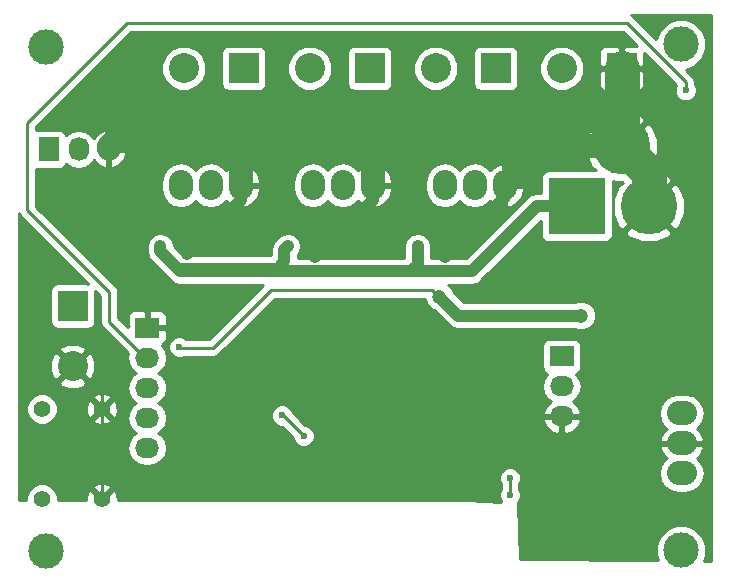
<source format=gbr>
G04 #@! TF.FileFunction,Copper,L2,Bot,Signal*
%FSLAX46Y46*%
G04 Gerber Fmt 4.6, Leading zero omitted, Abs format (unit mm)*
G04 Created by KiCad (PCBNEW (2015-09-03 BZR 6154)-product) date 2015 September 07, Monday 13:00:52*
%MOMM*%
G01*
G04 APERTURE LIST*
%ADD10C,0.100000*%
%ADD11C,4.800600*%
%ADD12R,4.800600X4.800600*%
%ADD13R,2.540000X2.540000*%
%ADD14C,2.540000*%
%ADD15R,2.032000X1.727200*%
%ADD16O,2.032000X1.727200*%
%ADD17R,1.727200X2.032000*%
%ADD18O,1.727200X2.032000*%
%ADD19O,2.032000X2.540000*%
%ADD20C,1.397000*%
%ADD21C,2.999740*%
%ADD22O,2.540000X2.032000*%
%ADD23C,0.600000*%
%ADD24C,1.400000*%
%ADD25C,1.200000*%
%ADD26C,0.250000*%
%ADD27C,1.000000*%
%ADD28C,0.254000*%
%ADD29C,2.000000*%
%ADD30C,3.000000*%
G04 APERTURE END LIST*
D10*
D11*
X208534000Y-88900000D03*
D12*
X202438000Y-88900000D03*
D11*
X206248000Y-83820000D03*
D13*
X159766000Y-97345500D03*
D14*
X159766000Y-102425500D03*
D13*
X206248000Y-77216000D03*
D14*
X201168000Y-77216000D03*
D15*
X166065200Y-99187000D03*
D16*
X166065200Y-101727000D03*
X166065200Y-104267000D03*
X166065200Y-106807000D03*
X166065200Y-109347000D03*
D15*
X201168000Y-101600000D03*
D16*
X201168000Y-104140000D03*
X201168000Y-106680000D03*
D17*
X157734000Y-84074000D03*
D18*
X160274000Y-84074000D03*
X162814000Y-84074000D03*
D13*
X195580000Y-77216000D03*
D14*
X190500000Y-77216000D03*
D13*
X184912000Y-77216000D03*
D14*
X179832000Y-77216000D03*
D13*
X174244000Y-77216000D03*
D14*
X169164000Y-77216000D03*
D19*
X193802000Y-87122000D03*
X196342000Y-87122000D03*
X191262000Y-87122000D03*
X182626000Y-87122000D03*
X185166000Y-87122000D03*
X180086000Y-87122000D03*
X171450000Y-87122000D03*
X173990000Y-87122000D03*
X168910000Y-87122000D03*
D20*
X162242500Y-113665000D03*
X157162500Y-113665000D03*
X162242500Y-106045000D03*
X157162500Y-106045000D03*
D21*
X211277200Y-118008400D03*
X157480000Y-75438000D03*
X157480000Y-118110000D03*
X211277200Y-75184000D03*
D22*
X211328000Y-108966000D03*
X211328000Y-106426000D03*
X211328000Y-111506000D03*
D23*
X183951880Y-107640120D03*
X182976520Y-106255919D03*
X178572160Y-101851559D03*
X177878641Y-101158040D03*
X169519600Y-97790000D03*
X191262000Y-93167200D03*
X169444924Y-92940000D03*
X180319516Y-93206000D03*
X173329600Y-96443800D03*
X174269400Y-96418400D03*
D24*
X204597000Y-117475000D03*
X200703180Y-117441980D03*
X209270600Y-94488000D03*
X209270600Y-101625400D03*
D23*
X188966420Y-92278200D03*
X177983136Y-92278200D03*
X167182800Y-92278200D03*
X168757600Y-100812600D03*
D25*
X190804800Y-96545400D03*
X202819000Y-98145600D03*
D23*
X211658200Y-79070200D03*
X177495200Y-106603800D03*
X179324000Y-108331000D03*
X196799200Y-113334800D03*
X196799200Y-111887000D03*
D26*
X182976520Y-106255919D02*
X182976520Y-106664760D01*
X182976520Y-106664760D02*
X183951880Y-107640120D01*
X178572160Y-101851559D02*
X182976520Y-106255919D01*
D27*
X191262000Y-93167200D02*
X196342000Y-88087200D01*
X196342000Y-88087200D02*
X196342000Y-87122000D01*
X180319516Y-93206000D02*
X185166000Y-88359516D01*
X185166000Y-88359516D02*
X185166000Y-87122000D01*
X169444924Y-92940000D02*
X173990000Y-88394924D01*
X173990000Y-88394924D02*
X173990000Y-87122000D01*
X169444924Y-92940000D02*
X169744923Y-92640001D01*
D28*
X159766000Y-102425500D02*
X162242500Y-104902000D01*
X162242500Y-104902000D02*
X162242500Y-106045000D01*
X162242500Y-113665000D02*
X162242500Y-106045000D01*
D29*
X176085500Y-81597500D02*
X165036500Y-81597500D01*
X165036500Y-81597500D02*
X162814000Y-83820000D01*
X162814000Y-83820000D02*
X162814000Y-84074000D01*
X188277500Y-81534000D02*
X179324000Y-81534000D01*
X179260500Y-81597500D02*
X176085500Y-81597500D01*
X179324000Y-81534000D02*
X179260500Y-81597500D01*
X176085500Y-81597500D02*
X173990000Y-83693000D01*
X173990000Y-83693000D02*
X173990000Y-87122000D01*
X185166000Y-87122000D02*
X185166000Y-83852000D01*
X185166000Y-83852000D02*
X187484000Y-81534000D01*
X187484000Y-81534000D02*
X188277500Y-81534000D01*
X201422000Y-81534000D02*
X188277500Y-81534000D01*
X201536299Y-81419701D02*
X201422000Y-81534000D01*
X206248000Y-83820000D02*
X203847701Y-81419701D01*
X203847701Y-81419701D02*
X201536299Y-81419701D01*
X206248000Y-83820000D02*
X199644000Y-83820000D01*
X199644000Y-83820000D02*
X196342000Y-87122000D01*
D30*
X206248000Y-83820000D02*
X208534000Y-86106000D01*
X208534000Y-86106000D02*
X208534000Y-88900000D01*
X206248000Y-83820000D02*
X206248000Y-77216000D01*
D27*
X185412537Y-94406011D02*
X188394787Y-94406011D01*
X185412537Y-94406011D02*
X193531689Y-94406011D01*
X180408701Y-94406011D02*
X185412537Y-94406011D01*
X193531689Y-94406011D02*
X193570489Y-94367211D01*
X177590079Y-94406011D02*
X180408701Y-94406011D01*
X180408701Y-94406011D02*
X168886347Y-94406011D01*
X168886347Y-94406011D02*
X168663536Y-94183200D01*
X199037700Y-88900000D02*
X202438000Y-88900000D01*
X188801609Y-94367211D02*
X193570489Y-94367211D01*
X193570489Y-94367211D02*
X199037700Y-88900000D01*
X188617598Y-94183200D02*
X188801609Y-94367211D01*
X188394787Y-94406011D02*
X188617598Y-94183200D01*
X177367268Y-94183200D02*
X177590079Y-94406011D01*
X168663536Y-94183200D02*
X177367268Y-94183200D01*
X167182800Y-92702464D02*
X168663536Y-94183200D01*
X167182800Y-92278200D02*
X167182800Y-92702464D01*
X188966420Y-92278200D02*
X188966420Y-93834378D01*
X188966420Y-93834378D02*
X188617598Y-94183200D01*
X177683137Y-93507537D02*
X177367268Y-93823406D01*
X177367268Y-93823406D02*
X177367268Y-94183200D01*
X177983136Y-92278200D02*
X177683137Y-92578199D01*
X177683137Y-92578199D02*
X177683137Y-93507537D01*
D28*
X171653200Y-100863400D02*
X168808400Y-100863400D01*
X168808400Y-100863400D02*
X168757600Y-100812600D01*
X176571199Y-95945401D02*
X171653200Y-100863400D01*
X190804800Y-96545400D02*
X190204801Y-95945401D01*
X190204801Y-95945401D02*
X176571199Y-95945401D01*
D27*
X192405000Y-98145600D02*
X190804800Y-96545400D01*
X202819000Y-98145600D02*
X192405000Y-98145600D01*
D28*
X211658200Y-78359000D02*
X211658200Y-79070200D01*
X206656329Y-73357129D02*
X211658200Y-78359000D01*
X164363400Y-73380600D02*
X164386871Y-73357129D01*
X164386871Y-73357129D02*
X206656329Y-73357129D01*
X155930600Y-81813400D02*
X164363400Y-73380600D01*
X155930600Y-89230200D02*
X155930600Y-81813400D01*
X162864800Y-96164400D02*
X155930600Y-89230200D01*
X162864800Y-98679000D02*
X162864800Y-96164400D01*
X166065200Y-101727000D02*
X165912800Y-101727000D01*
X165912800Y-101727000D02*
X162864800Y-98679000D01*
X177673000Y-106680000D02*
X177571400Y-106680000D01*
X177571400Y-106680000D02*
X177495200Y-106603800D01*
X179324000Y-108331000D02*
X177673000Y-106680000D01*
X196799200Y-113030000D02*
X196799200Y-113334800D01*
X196799200Y-111887000D02*
X196799200Y-113030000D01*
G36*
X213790000Y-118899264D02*
X213220978Y-118894222D01*
X213411699Y-118434915D01*
X213412440Y-117585611D01*
X213088110Y-116800673D01*
X212488086Y-116199600D01*
X211703715Y-115873901D01*
X210854411Y-115873160D01*
X210069473Y-116197490D01*
X209468400Y-116797514D01*
X209142701Y-117581885D01*
X209141960Y-118431189D01*
X209318996Y-118859649D01*
X197648843Y-118756247D01*
X197505260Y-114067513D01*
X197493747Y-114018432D01*
X197470187Y-113986121D01*
X197591392Y-113865127D01*
X197734038Y-113521599D01*
X197734362Y-113149633D01*
X197592317Y-112805857D01*
X197561200Y-112774686D01*
X197561200Y-112447466D01*
X197591392Y-112417327D01*
X197734038Y-112073799D01*
X197734362Y-111701833D01*
X197653446Y-111506000D01*
X209385679Y-111506000D01*
X209511354Y-112137810D01*
X209869246Y-112673433D01*
X210404869Y-113031325D01*
X211036679Y-113157000D01*
X211619321Y-113157000D01*
X212251131Y-113031325D01*
X212786754Y-112673433D01*
X213144646Y-112137810D01*
X213270321Y-111506000D01*
X213144646Y-110874190D01*
X212786754Y-110338567D01*
X212612219Y-110221946D01*
X212839236Y-110043630D01*
X213155926Y-109480477D01*
X213187975Y-109348944D01*
X213068836Y-109093000D01*
X211455000Y-109093000D01*
X211455000Y-109113000D01*
X211201000Y-109113000D01*
X211201000Y-109093000D01*
X209587164Y-109093000D01*
X209468025Y-109348944D01*
X209500074Y-109480477D01*
X209816764Y-110043630D01*
X210043781Y-110221946D01*
X209869246Y-110338567D01*
X209511354Y-110874190D01*
X209385679Y-111506000D01*
X197653446Y-111506000D01*
X197592317Y-111358057D01*
X197329527Y-111094808D01*
X196985999Y-110952162D01*
X196614033Y-110951838D01*
X196270257Y-111093883D01*
X196007008Y-111356673D01*
X195864362Y-111700201D01*
X195864038Y-112072167D01*
X196006083Y-112415943D01*
X196037200Y-112447114D01*
X196037200Y-112774334D01*
X196007008Y-112804473D01*
X195864362Y-113148001D01*
X195864038Y-113519967D01*
X196006083Y-113863743D01*
X196039954Y-113897673D01*
X193156184Y-113797157D01*
X193151760Y-113797080D01*
X163585143Y-113797080D01*
X163559648Y-113327801D01*
X163412300Y-112972071D01*
X163176688Y-112910417D01*
X162422105Y-113665000D01*
X162436248Y-113679143D01*
X162318310Y-113797080D01*
X162166690Y-113797080D01*
X162048753Y-113679143D01*
X162062895Y-113665000D01*
X161308312Y-112910417D01*
X161072700Y-112972071D01*
X160896573Y-113472480D01*
X160914208Y-113797080D01*
X158495885Y-113797080D01*
X158496231Y-113400914D01*
X158293646Y-112910620D01*
X158114152Y-112730812D01*
X161487917Y-112730812D01*
X162242500Y-113485395D01*
X162997083Y-112730812D01*
X162935429Y-112495200D01*
X162435020Y-112319073D01*
X161905301Y-112347852D01*
X161549571Y-112495200D01*
X161487917Y-112730812D01*
X158114152Y-112730812D01*
X157918853Y-112535173D01*
X157428913Y-112331732D01*
X156898414Y-112331269D01*
X156408120Y-112533854D01*
X156032673Y-112908647D01*
X155829232Y-113398587D01*
X155828884Y-113797080D01*
X155210000Y-113797080D01*
X155210000Y-106309086D01*
X155828769Y-106309086D01*
X156031354Y-106799380D01*
X156406147Y-107174827D01*
X156896087Y-107378268D01*
X157426586Y-107378731D01*
X157916880Y-107176146D01*
X158114181Y-106979188D01*
X161487917Y-106979188D01*
X161549571Y-107214800D01*
X162049980Y-107390927D01*
X162579699Y-107362148D01*
X162935429Y-107214800D01*
X162997083Y-106979188D01*
X162242500Y-106224605D01*
X161487917Y-106979188D01*
X158114181Y-106979188D01*
X158292327Y-106801353D01*
X158495768Y-106311413D01*
X158496168Y-105852480D01*
X160896573Y-105852480D01*
X160925352Y-106382199D01*
X161072700Y-106737929D01*
X161308312Y-106799583D01*
X162062895Y-106045000D01*
X162422105Y-106045000D01*
X163176688Y-106799583D01*
X163412300Y-106737929D01*
X163588427Y-106237520D01*
X163559648Y-105707801D01*
X163412300Y-105352071D01*
X163176688Y-105290417D01*
X162422105Y-106045000D01*
X162062895Y-106045000D01*
X161308312Y-105290417D01*
X161072700Y-105352071D01*
X160896573Y-105852480D01*
X158496168Y-105852480D01*
X158496231Y-105780914D01*
X158293646Y-105290620D01*
X158114152Y-105110812D01*
X161487917Y-105110812D01*
X162242500Y-105865395D01*
X162997083Y-105110812D01*
X162935429Y-104875200D01*
X162435020Y-104699073D01*
X161905301Y-104727852D01*
X161549571Y-104875200D01*
X161487917Y-105110812D01*
X158114152Y-105110812D01*
X157918853Y-104915173D01*
X157428913Y-104711732D01*
X156898414Y-104711269D01*
X156408120Y-104913854D01*
X156032673Y-105288647D01*
X155829232Y-105778587D01*
X155828769Y-106309086D01*
X155210000Y-106309086D01*
X155210000Y-103773277D01*
X158597828Y-103773277D01*
X158729520Y-104068157D01*
X159437036Y-104339761D01*
X160194632Y-104319936D01*
X160802480Y-104068157D01*
X160934172Y-103773277D01*
X159766000Y-102605105D01*
X158597828Y-103773277D01*
X155210000Y-103773277D01*
X155210000Y-102096536D01*
X157851739Y-102096536D01*
X157871564Y-102854132D01*
X158123343Y-103461980D01*
X158418223Y-103593672D01*
X159586395Y-102425500D01*
X159945605Y-102425500D01*
X161113777Y-103593672D01*
X161408657Y-103461980D01*
X161680261Y-102754464D01*
X161660436Y-101996868D01*
X161408657Y-101389020D01*
X161113777Y-101257328D01*
X159945605Y-102425500D01*
X159586395Y-102425500D01*
X158418223Y-101257328D01*
X158123343Y-101389020D01*
X157851739Y-102096536D01*
X155210000Y-102096536D01*
X155210000Y-101077723D01*
X158597828Y-101077723D01*
X159766000Y-102245895D01*
X160934172Y-101077723D01*
X160802480Y-100782843D01*
X160094964Y-100511239D01*
X159337368Y-100531064D01*
X158729520Y-100782843D01*
X158597828Y-101077723D01*
X155210000Y-101077723D01*
X155210000Y-89438331D01*
X155226604Y-89521805D01*
X155347385Y-89702566D01*
X155391785Y-89769015D01*
X161054595Y-95431826D01*
X161036000Y-95428060D01*
X158496000Y-95428060D01*
X158260683Y-95472338D01*
X158044559Y-95611410D01*
X157899569Y-95823610D01*
X157848560Y-96075500D01*
X157848560Y-98615500D01*
X157892838Y-98850817D01*
X158031910Y-99066941D01*
X158244110Y-99211931D01*
X158496000Y-99262940D01*
X161036000Y-99262940D01*
X161271317Y-99218662D01*
X161487441Y-99079590D01*
X161632431Y-98867390D01*
X161683440Y-98615500D01*
X161683440Y-96075500D01*
X161680003Y-96057234D01*
X162102800Y-96480031D01*
X162102800Y-98679000D01*
X162160804Y-98970605D01*
X162220536Y-99060000D01*
X162325985Y-99217815D01*
X164457065Y-101348895D01*
X164381855Y-101727000D01*
X164495929Y-102300489D01*
X164820785Y-102786670D01*
X165135566Y-102997000D01*
X164820785Y-103207330D01*
X164495929Y-103693511D01*
X164381855Y-104267000D01*
X164495929Y-104840489D01*
X164820785Y-105326670D01*
X165135566Y-105537000D01*
X164820785Y-105747330D01*
X164495929Y-106233511D01*
X164381855Y-106807000D01*
X164495929Y-107380489D01*
X164820785Y-107866670D01*
X165135566Y-108077000D01*
X164820785Y-108287330D01*
X164495929Y-108773511D01*
X164381855Y-109347000D01*
X164495929Y-109920489D01*
X164820785Y-110406670D01*
X165306966Y-110731526D01*
X165880455Y-110845600D01*
X166249945Y-110845600D01*
X166823434Y-110731526D01*
X167309615Y-110406670D01*
X167634471Y-109920489D01*
X167748545Y-109347000D01*
X167634471Y-108773511D01*
X167309615Y-108287330D01*
X166994834Y-108077000D01*
X167309615Y-107866670D01*
X167634471Y-107380489D01*
X167748545Y-106807000D01*
X167744959Y-106788967D01*
X176560038Y-106788967D01*
X176702083Y-107132743D01*
X176964873Y-107395992D01*
X177308401Y-107538638D01*
X177454135Y-107538765D01*
X178388875Y-108473506D01*
X178388838Y-108516167D01*
X178530883Y-108859943D01*
X178793673Y-109123192D01*
X179137201Y-109265838D01*
X179509167Y-109266162D01*
X179852943Y-109124117D01*
X180116192Y-108861327D01*
X180258838Y-108517799D01*
X180259162Y-108145833D01*
X180117117Y-107802057D01*
X179854327Y-107538808D01*
X179510799Y-107396162D01*
X179466754Y-107396124D01*
X179109656Y-107039026D01*
X199560642Y-107039026D01*
X199563291Y-107054791D01*
X199817268Y-107582036D01*
X200253680Y-107971954D01*
X200806087Y-108165184D01*
X201041000Y-108020924D01*
X201041000Y-106807000D01*
X201295000Y-106807000D01*
X201295000Y-108020924D01*
X201529913Y-108165184D01*
X202082320Y-107971954D01*
X202518732Y-107582036D01*
X202772709Y-107054791D01*
X202775358Y-107039026D01*
X202654217Y-106807000D01*
X201295000Y-106807000D01*
X201041000Y-106807000D01*
X199681783Y-106807000D01*
X199560642Y-107039026D01*
X179109656Y-107039026D01*
X178388888Y-106318258D01*
X178288317Y-106074857D01*
X178025527Y-105811608D01*
X177681999Y-105668962D01*
X177310033Y-105668638D01*
X176966257Y-105810683D01*
X176703008Y-106073473D01*
X176560362Y-106417001D01*
X176560038Y-106788967D01*
X167744959Y-106788967D01*
X167634471Y-106233511D01*
X167309615Y-105747330D01*
X166994834Y-105537000D01*
X167309615Y-105326670D01*
X167634471Y-104840489D01*
X167748545Y-104267000D01*
X167723284Y-104140000D01*
X199484655Y-104140000D01*
X199598729Y-104713489D01*
X199923585Y-105199670D01*
X200233069Y-105406461D01*
X199817268Y-105777964D01*
X199563291Y-106305209D01*
X199560642Y-106320974D01*
X199681783Y-106553000D01*
X201041000Y-106553000D01*
X201041000Y-106533000D01*
X201295000Y-106533000D01*
X201295000Y-106553000D01*
X202654217Y-106553000D01*
X202720523Y-106426000D01*
X209385679Y-106426000D01*
X209511354Y-107057810D01*
X209869246Y-107593433D01*
X210043781Y-107710054D01*
X209816764Y-107888370D01*
X209500074Y-108451523D01*
X209468025Y-108583056D01*
X209587164Y-108839000D01*
X211201000Y-108839000D01*
X211201000Y-108819000D01*
X211455000Y-108819000D01*
X211455000Y-108839000D01*
X213068836Y-108839000D01*
X213187975Y-108583056D01*
X213155926Y-108451523D01*
X212839236Y-107888370D01*
X212612219Y-107710054D01*
X212786754Y-107593433D01*
X213144646Y-107057810D01*
X213270321Y-106426000D01*
X213144646Y-105794190D01*
X212786754Y-105258567D01*
X212251131Y-104900675D01*
X211619321Y-104775000D01*
X211036679Y-104775000D01*
X210404869Y-104900675D01*
X209869246Y-105258567D01*
X209511354Y-105794190D01*
X209385679Y-106426000D01*
X202720523Y-106426000D01*
X202775358Y-106320974D01*
X202772709Y-106305209D01*
X202518732Y-105777964D01*
X202102931Y-105406461D01*
X202412415Y-105199670D01*
X202737271Y-104713489D01*
X202851345Y-104140000D01*
X202737271Y-103566511D01*
X202412415Y-103080330D01*
X202398087Y-103070757D01*
X202419317Y-103066762D01*
X202635441Y-102927690D01*
X202780431Y-102715490D01*
X202831440Y-102463600D01*
X202831440Y-100736400D01*
X202787162Y-100501083D01*
X202648090Y-100284959D01*
X202435890Y-100139969D01*
X202184000Y-100088960D01*
X200152000Y-100088960D01*
X199916683Y-100133238D01*
X199700559Y-100272310D01*
X199555569Y-100484510D01*
X199504560Y-100736400D01*
X199504560Y-102463600D01*
X199548838Y-102698917D01*
X199687910Y-102915041D01*
X199900110Y-103060031D01*
X199941439Y-103068400D01*
X199923585Y-103080330D01*
X199598729Y-103566511D01*
X199484655Y-104140000D01*
X167723284Y-104140000D01*
X167634471Y-103693511D01*
X167309615Y-103207330D01*
X166994834Y-102997000D01*
X167309615Y-102786670D01*
X167634471Y-102300489D01*
X167748545Y-101727000D01*
X167634471Y-101153511D01*
X167309615Y-100667330D01*
X167287420Y-100652500D01*
X167440898Y-100588927D01*
X167619527Y-100410299D01*
X167716200Y-100176910D01*
X167716200Y-99472750D01*
X167557450Y-99314000D01*
X166192200Y-99314000D01*
X166192200Y-99334000D01*
X165938200Y-99334000D01*
X165938200Y-99314000D01*
X165918200Y-99314000D01*
X165918200Y-99060000D01*
X165938200Y-99060000D01*
X165938200Y-97847150D01*
X166192200Y-97847150D01*
X166192200Y-99060000D01*
X167557450Y-99060000D01*
X167716200Y-98901250D01*
X167716200Y-98197090D01*
X167619527Y-97963701D01*
X167440898Y-97785073D01*
X167207509Y-97688400D01*
X166350950Y-97688400D01*
X166192200Y-97847150D01*
X165938200Y-97847150D01*
X165779450Y-97688400D01*
X164922891Y-97688400D01*
X164689502Y-97785073D01*
X164510873Y-97963701D01*
X164414200Y-98197090D01*
X164414200Y-98901250D01*
X164572948Y-99059998D01*
X164414200Y-99059998D01*
X164414200Y-99150770D01*
X163626800Y-98363370D01*
X163626800Y-96164400D01*
X163568796Y-95872795D01*
X163481959Y-95742834D01*
X163403616Y-95625585D01*
X160056231Y-92278200D01*
X166047800Y-92278200D01*
X166047800Y-92702464D01*
X166134197Y-93136810D01*
X166255671Y-93318608D01*
X166380234Y-93505030D01*
X168083781Y-95208577D01*
X168452001Y-95454614D01*
X168886347Y-95541011D01*
X175897959Y-95541011D01*
X171337570Y-100101400D01*
X169368778Y-100101400D01*
X169287927Y-100020408D01*
X168944399Y-99877762D01*
X168572433Y-99877438D01*
X168228657Y-100019483D01*
X167965408Y-100282273D01*
X167822762Y-100625801D01*
X167822438Y-100997767D01*
X167964483Y-101341543D01*
X168227273Y-101604792D01*
X168570801Y-101747438D01*
X168942767Y-101747762D01*
X169238906Y-101625400D01*
X171653200Y-101625400D01*
X171944805Y-101567396D01*
X172192015Y-101402215D01*
X176886829Y-96707401D01*
X189569658Y-96707401D01*
X189569586Y-96789979D01*
X189757208Y-97244057D01*
X190104315Y-97591771D01*
X190346676Y-97692408D01*
X191602434Y-98948167D01*
X191970655Y-99194204D01*
X192405000Y-99280600D01*
X202331957Y-99280600D01*
X202572266Y-99380385D01*
X203063579Y-99380814D01*
X203517657Y-99193192D01*
X203865371Y-98846085D01*
X204053785Y-98392334D01*
X204054214Y-97901021D01*
X203866592Y-97446943D01*
X203519485Y-97099229D01*
X203065734Y-96910815D01*
X202574421Y-96910386D01*
X202331886Y-97010600D01*
X192875133Y-97010600D01*
X191951758Y-96087226D01*
X191852392Y-95846743D01*
X191547194Y-95541011D01*
X193531689Y-95541011D01*
X193966035Y-95454614D01*
X194334255Y-95208577D01*
X194373055Y-95169778D01*
X194373057Y-95169775D01*
X199390260Y-90152572D01*
X199390260Y-91300300D01*
X199434538Y-91535617D01*
X199573610Y-91751741D01*
X199785810Y-91896731D01*
X200037700Y-91947740D01*
X204838300Y-91947740D01*
X205073617Y-91903462D01*
X205289741Y-91764390D01*
X205434731Y-91552190D01*
X205485740Y-91300300D01*
X205485740Y-91063936D01*
X206549670Y-91063936D01*
X206819221Y-91476257D01*
X207935642Y-91936369D01*
X209143157Y-91934221D01*
X210248779Y-91476257D01*
X210518330Y-91063936D01*
X208534000Y-89079605D01*
X206549670Y-91063936D01*
X205485740Y-91063936D01*
X205485740Y-86788820D01*
X205649642Y-86856369D01*
X206309587Y-86855195D01*
X206370063Y-86915671D01*
X205957743Y-87185221D01*
X205497631Y-88301642D01*
X205499779Y-89509157D01*
X205957743Y-90614779D01*
X206370064Y-90884330D01*
X208354395Y-88900000D01*
X208713605Y-88900000D01*
X210697936Y-90884330D01*
X211110257Y-90614779D01*
X211570369Y-89498358D01*
X211568221Y-88290843D01*
X211110257Y-87185221D01*
X210697936Y-86915670D01*
X208713605Y-88900000D01*
X208354395Y-88900000D01*
X208340252Y-88885858D01*
X208519858Y-88706252D01*
X208534000Y-88720395D01*
X210518330Y-86736064D01*
X210248779Y-86323743D01*
X209132358Y-85863631D01*
X208472413Y-85864805D01*
X208411937Y-85804329D01*
X208824257Y-85534779D01*
X209284369Y-84418358D01*
X209282221Y-83210843D01*
X208824257Y-82105221D01*
X208411936Y-81835670D01*
X206427605Y-83820000D01*
X206441748Y-83834142D01*
X206262142Y-84013748D01*
X206248000Y-83999605D01*
X206233858Y-84013748D01*
X206054252Y-83834142D01*
X206068395Y-83820000D01*
X204084064Y-81835670D01*
X203671743Y-82105221D01*
X203211631Y-83221642D01*
X203213779Y-84429157D01*
X203671743Y-85534779D01*
X204084063Y-85804329D01*
X204036132Y-85852260D01*
X200037700Y-85852260D01*
X199802383Y-85896538D01*
X199586259Y-86035610D01*
X199441269Y-86247810D01*
X199390260Y-86499700D01*
X199390260Y-87765000D01*
X199037700Y-87765000D01*
X198603354Y-87851397D01*
X198313411Y-88045131D01*
X198235134Y-88097434D01*
X193100357Y-93232211D01*
X190101420Y-93232211D01*
X190101420Y-92278200D01*
X190015023Y-91843854D01*
X189768986Y-91475634D01*
X189400766Y-91229597D01*
X188966420Y-91143200D01*
X188532074Y-91229597D01*
X188163854Y-91475634D01*
X187917817Y-91843854D01*
X187831420Y-92278200D01*
X187831420Y-93271011D01*
X178818137Y-93271011D01*
X178818137Y-93032224D01*
X179031740Y-92712545D01*
X179118136Y-92278200D01*
X179031740Y-91843854D01*
X178785702Y-91475634D01*
X178417482Y-91229596D01*
X177983136Y-91143200D01*
X177548791Y-91229596D01*
X177180570Y-91475634D01*
X176880571Y-91775633D01*
X176634534Y-92143853D01*
X176548137Y-92578199D01*
X176548137Y-93045631D01*
X176546421Y-93048200D01*
X169133668Y-93048200D01*
X168306411Y-92220943D01*
X168231403Y-91843854D01*
X167985366Y-91475634D01*
X167617146Y-91229597D01*
X167182800Y-91143200D01*
X166748454Y-91229597D01*
X166380234Y-91475634D01*
X166134197Y-91843854D01*
X166047800Y-92278200D01*
X160056231Y-92278200D01*
X156692600Y-88914570D01*
X156692600Y-86830679D01*
X167259000Y-86830679D01*
X167259000Y-87413321D01*
X167384675Y-88045131D01*
X167742567Y-88580754D01*
X168278190Y-88938646D01*
X168910000Y-89064321D01*
X169541810Y-88938646D01*
X170077433Y-88580754D01*
X170180000Y-88427252D01*
X170282567Y-88580754D01*
X170818190Y-88938646D01*
X171450000Y-89064321D01*
X172081810Y-88938646D01*
X172617433Y-88580754D01*
X172734054Y-88406219D01*
X172912370Y-88633236D01*
X173475523Y-88949926D01*
X173607056Y-88981975D01*
X173863000Y-88862836D01*
X173863000Y-87249000D01*
X174117000Y-87249000D01*
X174117000Y-88862836D01*
X174372944Y-88981975D01*
X174504477Y-88949926D01*
X175067630Y-88633236D01*
X175466724Y-88125143D01*
X175641000Y-87503000D01*
X175641000Y-87249000D01*
X174117000Y-87249000D01*
X173863000Y-87249000D01*
X173843000Y-87249000D01*
X173843000Y-86995000D01*
X173863000Y-86995000D01*
X173863000Y-85381164D01*
X174117000Y-85381164D01*
X174117000Y-86995000D01*
X175641000Y-86995000D01*
X175641000Y-86830679D01*
X178435000Y-86830679D01*
X178435000Y-87413321D01*
X178560675Y-88045131D01*
X178918567Y-88580754D01*
X179454190Y-88938646D01*
X180086000Y-89064321D01*
X180717810Y-88938646D01*
X181253433Y-88580754D01*
X181356000Y-88427252D01*
X181458567Y-88580754D01*
X181994190Y-88938646D01*
X182626000Y-89064321D01*
X183257810Y-88938646D01*
X183793433Y-88580754D01*
X183910054Y-88406219D01*
X184088370Y-88633236D01*
X184651523Y-88949926D01*
X184783056Y-88981975D01*
X185039000Y-88862836D01*
X185039000Y-87249000D01*
X185293000Y-87249000D01*
X185293000Y-88862836D01*
X185548944Y-88981975D01*
X185680477Y-88949926D01*
X186243630Y-88633236D01*
X186642724Y-88125143D01*
X186817000Y-87503000D01*
X186817000Y-87249000D01*
X185293000Y-87249000D01*
X185039000Y-87249000D01*
X185019000Y-87249000D01*
X185019000Y-86995000D01*
X185039000Y-86995000D01*
X185039000Y-85381164D01*
X185293000Y-85381164D01*
X185293000Y-86995000D01*
X186817000Y-86995000D01*
X186817000Y-86830679D01*
X189611000Y-86830679D01*
X189611000Y-87413321D01*
X189736675Y-88045131D01*
X190094567Y-88580754D01*
X190630190Y-88938646D01*
X191262000Y-89064321D01*
X191893810Y-88938646D01*
X192429433Y-88580754D01*
X192532000Y-88427252D01*
X192634567Y-88580754D01*
X193170190Y-88938646D01*
X193802000Y-89064321D01*
X194433810Y-88938646D01*
X194969433Y-88580754D01*
X195086054Y-88406219D01*
X195264370Y-88633236D01*
X195827523Y-88949926D01*
X195959056Y-88981975D01*
X196215000Y-88862836D01*
X196215000Y-87249000D01*
X196469000Y-87249000D01*
X196469000Y-88862836D01*
X196724944Y-88981975D01*
X196856477Y-88949926D01*
X197419630Y-88633236D01*
X197818724Y-88125143D01*
X197993000Y-87503000D01*
X197993000Y-87249000D01*
X196469000Y-87249000D01*
X196215000Y-87249000D01*
X196195000Y-87249000D01*
X196195000Y-86995000D01*
X196215000Y-86995000D01*
X196215000Y-85381164D01*
X196469000Y-85381164D01*
X196469000Y-86995000D01*
X197993000Y-86995000D01*
X197993000Y-86741000D01*
X197818724Y-86118857D01*
X197419630Y-85610764D01*
X196856477Y-85294074D01*
X196724944Y-85262025D01*
X196469000Y-85381164D01*
X196215000Y-85381164D01*
X195959056Y-85262025D01*
X195827523Y-85294074D01*
X195264370Y-85610764D01*
X195086054Y-85837781D01*
X194969433Y-85663246D01*
X194433810Y-85305354D01*
X193802000Y-85179679D01*
X193170190Y-85305354D01*
X192634567Y-85663246D01*
X192532000Y-85816748D01*
X192429433Y-85663246D01*
X191893810Y-85305354D01*
X191262000Y-85179679D01*
X190630190Y-85305354D01*
X190094567Y-85663246D01*
X189736675Y-86198869D01*
X189611000Y-86830679D01*
X186817000Y-86830679D01*
X186817000Y-86741000D01*
X186642724Y-86118857D01*
X186243630Y-85610764D01*
X185680477Y-85294074D01*
X185548944Y-85262025D01*
X185293000Y-85381164D01*
X185039000Y-85381164D01*
X184783056Y-85262025D01*
X184651523Y-85294074D01*
X184088370Y-85610764D01*
X183910054Y-85837781D01*
X183793433Y-85663246D01*
X183257810Y-85305354D01*
X182626000Y-85179679D01*
X181994190Y-85305354D01*
X181458567Y-85663246D01*
X181356000Y-85816748D01*
X181253433Y-85663246D01*
X180717810Y-85305354D01*
X180086000Y-85179679D01*
X179454190Y-85305354D01*
X178918567Y-85663246D01*
X178560675Y-86198869D01*
X178435000Y-86830679D01*
X175641000Y-86830679D01*
X175641000Y-86741000D01*
X175466724Y-86118857D01*
X175067630Y-85610764D01*
X174504477Y-85294074D01*
X174372944Y-85262025D01*
X174117000Y-85381164D01*
X173863000Y-85381164D01*
X173607056Y-85262025D01*
X173475523Y-85294074D01*
X172912370Y-85610764D01*
X172734054Y-85837781D01*
X172617433Y-85663246D01*
X172081810Y-85305354D01*
X171450000Y-85179679D01*
X170818190Y-85305354D01*
X170282567Y-85663246D01*
X170180000Y-85816748D01*
X170077433Y-85663246D01*
X169541810Y-85305354D01*
X168910000Y-85179679D01*
X168278190Y-85305354D01*
X167742567Y-85663246D01*
X167384675Y-86198869D01*
X167259000Y-86830679D01*
X156692600Y-86830679D01*
X156692600Y-85701435D01*
X156870400Y-85737440D01*
X158597600Y-85737440D01*
X158832917Y-85693162D01*
X159049041Y-85554090D01*
X159194031Y-85341890D01*
X159202400Y-85300561D01*
X159214330Y-85318415D01*
X159700511Y-85643271D01*
X160274000Y-85757345D01*
X160847489Y-85643271D01*
X161333670Y-85318415D01*
X161540461Y-85008931D01*
X161911964Y-85424732D01*
X162439209Y-85678709D01*
X162454974Y-85681358D01*
X162687000Y-85560217D01*
X162687000Y-84201000D01*
X162941000Y-84201000D01*
X162941000Y-85560217D01*
X163173026Y-85681358D01*
X163188791Y-85678709D01*
X163716036Y-85424732D01*
X164105954Y-84988320D01*
X164299184Y-84435913D01*
X164154924Y-84201000D01*
X162941000Y-84201000D01*
X162687000Y-84201000D01*
X162667000Y-84201000D01*
X162667000Y-83947000D01*
X162687000Y-83947000D01*
X162687000Y-82587783D01*
X162941000Y-82587783D01*
X162941000Y-83947000D01*
X164154924Y-83947000D01*
X164299184Y-83712087D01*
X164105954Y-83159680D01*
X163716036Y-82723268D01*
X163188791Y-82469291D01*
X163173026Y-82466642D01*
X162941000Y-82587783D01*
X162687000Y-82587783D01*
X162454974Y-82466642D01*
X162439209Y-82469291D01*
X161911964Y-82723268D01*
X161540461Y-83139069D01*
X161333670Y-82829585D01*
X160847489Y-82504729D01*
X160274000Y-82390655D01*
X159700511Y-82504729D01*
X159214330Y-82829585D01*
X159204757Y-82843913D01*
X159200762Y-82822683D01*
X159061690Y-82606559D01*
X158849490Y-82461569D01*
X158597600Y-82410560D01*
X156870400Y-82410560D01*
X156692600Y-82444015D01*
X156692600Y-82129030D01*
X157165566Y-81656064D01*
X204263670Y-81656064D01*
X206248000Y-83640395D01*
X208232330Y-81656064D01*
X207962779Y-81243743D01*
X206846358Y-80783631D01*
X205638843Y-80785779D01*
X204533221Y-81243743D01*
X204263670Y-81656064D01*
X157165566Y-81656064D01*
X161228365Y-77593265D01*
X167258670Y-77593265D01*
X167548078Y-78293686D01*
X168083495Y-78830039D01*
X168783410Y-79120668D01*
X169541265Y-79121330D01*
X170241686Y-78831922D01*
X170778039Y-78296505D01*
X171068668Y-77596590D01*
X171069330Y-76838735D01*
X170779922Y-76138314D01*
X170587944Y-75946000D01*
X172326560Y-75946000D01*
X172326560Y-78486000D01*
X172370838Y-78721317D01*
X172509910Y-78937441D01*
X172722110Y-79082431D01*
X172974000Y-79133440D01*
X175514000Y-79133440D01*
X175749317Y-79089162D01*
X175965441Y-78950090D01*
X176110431Y-78737890D01*
X176161440Y-78486000D01*
X176161440Y-77593265D01*
X177926670Y-77593265D01*
X178216078Y-78293686D01*
X178751495Y-78830039D01*
X179451410Y-79120668D01*
X180209265Y-79121330D01*
X180909686Y-78831922D01*
X181446039Y-78296505D01*
X181736668Y-77596590D01*
X181737330Y-76838735D01*
X181447922Y-76138314D01*
X181255944Y-75946000D01*
X182994560Y-75946000D01*
X182994560Y-78486000D01*
X183038838Y-78721317D01*
X183177910Y-78937441D01*
X183390110Y-79082431D01*
X183642000Y-79133440D01*
X186182000Y-79133440D01*
X186417317Y-79089162D01*
X186633441Y-78950090D01*
X186778431Y-78737890D01*
X186829440Y-78486000D01*
X186829440Y-77593265D01*
X188594670Y-77593265D01*
X188884078Y-78293686D01*
X189419495Y-78830039D01*
X190119410Y-79120668D01*
X190877265Y-79121330D01*
X191577686Y-78831922D01*
X192114039Y-78296505D01*
X192404668Y-77596590D01*
X192405330Y-76838735D01*
X192115922Y-76138314D01*
X191923944Y-75946000D01*
X193662560Y-75946000D01*
X193662560Y-78486000D01*
X193706838Y-78721317D01*
X193845910Y-78937441D01*
X194058110Y-79082431D01*
X194310000Y-79133440D01*
X196850000Y-79133440D01*
X197085317Y-79089162D01*
X197301441Y-78950090D01*
X197446431Y-78737890D01*
X197497440Y-78486000D01*
X197497440Y-77593265D01*
X199262670Y-77593265D01*
X199552078Y-78293686D01*
X200087495Y-78830039D01*
X200787410Y-79120668D01*
X201545265Y-79121330D01*
X202245686Y-78831922D01*
X202782039Y-78296505D01*
X203072668Y-77596590D01*
X203072750Y-77501750D01*
X204343000Y-77501750D01*
X204343000Y-78612310D01*
X204439673Y-78845699D01*
X204618302Y-79024327D01*
X204851691Y-79121000D01*
X205962250Y-79121000D01*
X206121000Y-78962250D01*
X206121000Y-77343000D01*
X206375000Y-77343000D01*
X206375000Y-78962250D01*
X206533750Y-79121000D01*
X207644309Y-79121000D01*
X207877698Y-79024327D01*
X208056327Y-78845699D01*
X208153000Y-78612310D01*
X208153000Y-77501750D01*
X207994250Y-77343000D01*
X206375000Y-77343000D01*
X206121000Y-77343000D01*
X204501750Y-77343000D01*
X204343000Y-77501750D01*
X203072750Y-77501750D01*
X203073330Y-76838735D01*
X202783922Y-76138314D01*
X202465855Y-75819690D01*
X204343000Y-75819690D01*
X204343000Y-76930250D01*
X204501750Y-77089000D01*
X206121000Y-77089000D01*
X206121000Y-75469750D01*
X205962250Y-75311000D01*
X204851691Y-75311000D01*
X204618302Y-75407673D01*
X204439673Y-75586301D01*
X204343000Y-75819690D01*
X202465855Y-75819690D01*
X202248505Y-75601961D01*
X201548590Y-75311332D01*
X200790735Y-75310670D01*
X200090314Y-75600078D01*
X199553961Y-76135495D01*
X199263332Y-76835410D01*
X199262670Y-77593265D01*
X197497440Y-77593265D01*
X197497440Y-75946000D01*
X197453162Y-75710683D01*
X197314090Y-75494559D01*
X197101890Y-75349569D01*
X196850000Y-75298560D01*
X194310000Y-75298560D01*
X194074683Y-75342838D01*
X193858559Y-75481910D01*
X193713569Y-75694110D01*
X193662560Y-75946000D01*
X191923944Y-75946000D01*
X191580505Y-75601961D01*
X190880590Y-75311332D01*
X190122735Y-75310670D01*
X189422314Y-75600078D01*
X188885961Y-76135495D01*
X188595332Y-76835410D01*
X188594670Y-77593265D01*
X186829440Y-77593265D01*
X186829440Y-75946000D01*
X186785162Y-75710683D01*
X186646090Y-75494559D01*
X186433890Y-75349569D01*
X186182000Y-75298560D01*
X183642000Y-75298560D01*
X183406683Y-75342838D01*
X183190559Y-75481910D01*
X183045569Y-75694110D01*
X182994560Y-75946000D01*
X181255944Y-75946000D01*
X180912505Y-75601961D01*
X180212590Y-75311332D01*
X179454735Y-75310670D01*
X178754314Y-75600078D01*
X178217961Y-76135495D01*
X177927332Y-76835410D01*
X177926670Y-77593265D01*
X176161440Y-77593265D01*
X176161440Y-75946000D01*
X176117162Y-75710683D01*
X175978090Y-75494559D01*
X175765890Y-75349569D01*
X175514000Y-75298560D01*
X172974000Y-75298560D01*
X172738683Y-75342838D01*
X172522559Y-75481910D01*
X172377569Y-75694110D01*
X172326560Y-75946000D01*
X170587944Y-75946000D01*
X170244505Y-75601961D01*
X169544590Y-75311332D01*
X168786735Y-75310670D01*
X168086314Y-75600078D01*
X167549961Y-76135495D01*
X167259332Y-76835410D01*
X167258670Y-77593265D01*
X161228365Y-77593265D01*
X164702501Y-74119129D01*
X206340699Y-74119129D01*
X207532570Y-75311000D01*
X206533750Y-75311000D01*
X206375000Y-75469750D01*
X206375000Y-77089000D01*
X207994250Y-77089000D01*
X208153000Y-76930250D01*
X208153000Y-75931430D01*
X210835328Y-78613759D01*
X210723362Y-78883401D01*
X210723038Y-79255367D01*
X210865083Y-79599143D01*
X211127873Y-79862392D01*
X211471401Y-80005038D01*
X211843367Y-80005362D01*
X212187143Y-79863317D01*
X212450392Y-79600527D01*
X212593038Y-79256999D01*
X212593362Y-78885033D01*
X212451317Y-78541257D01*
X212420200Y-78510086D01*
X212420200Y-78359000D01*
X212362196Y-78067395D01*
X212296034Y-77968377D01*
X212197016Y-77820185D01*
X211696067Y-77319237D01*
X211699989Y-77319240D01*
X212484927Y-76994910D01*
X213086000Y-76394886D01*
X213411699Y-75610515D01*
X213412440Y-74761211D01*
X213088110Y-73976273D01*
X212488086Y-73375200D01*
X211703715Y-73049501D01*
X210854411Y-73048760D01*
X210069473Y-73373090D01*
X209468400Y-73973114D01*
X209142701Y-74757485D01*
X209142694Y-74765863D01*
X207195144Y-72818314D01*
X207033041Y-72710000D01*
X213790000Y-72710000D01*
X213790000Y-118899264D01*
X213790000Y-118899264D01*
G37*
X213790000Y-118899264D02*
X213220978Y-118894222D01*
X213411699Y-118434915D01*
X213412440Y-117585611D01*
X213088110Y-116800673D01*
X212488086Y-116199600D01*
X211703715Y-115873901D01*
X210854411Y-115873160D01*
X210069473Y-116197490D01*
X209468400Y-116797514D01*
X209142701Y-117581885D01*
X209141960Y-118431189D01*
X209318996Y-118859649D01*
X197648843Y-118756247D01*
X197505260Y-114067513D01*
X197493747Y-114018432D01*
X197470187Y-113986121D01*
X197591392Y-113865127D01*
X197734038Y-113521599D01*
X197734362Y-113149633D01*
X197592317Y-112805857D01*
X197561200Y-112774686D01*
X197561200Y-112447466D01*
X197591392Y-112417327D01*
X197734038Y-112073799D01*
X197734362Y-111701833D01*
X197653446Y-111506000D01*
X209385679Y-111506000D01*
X209511354Y-112137810D01*
X209869246Y-112673433D01*
X210404869Y-113031325D01*
X211036679Y-113157000D01*
X211619321Y-113157000D01*
X212251131Y-113031325D01*
X212786754Y-112673433D01*
X213144646Y-112137810D01*
X213270321Y-111506000D01*
X213144646Y-110874190D01*
X212786754Y-110338567D01*
X212612219Y-110221946D01*
X212839236Y-110043630D01*
X213155926Y-109480477D01*
X213187975Y-109348944D01*
X213068836Y-109093000D01*
X211455000Y-109093000D01*
X211455000Y-109113000D01*
X211201000Y-109113000D01*
X211201000Y-109093000D01*
X209587164Y-109093000D01*
X209468025Y-109348944D01*
X209500074Y-109480477D01*
X209816764Y-110043630D01*
X210043781Y-110221946D01*
X209869246Y-110338567D01*
X209511354Y-110874190D01*
X209385679Y-111506000D01*
X197653446Y-111506000D01*
X197592317Y-111358057D01*
X197329527Y-111094808D01*
X196985999Y-110952162D01*
X196614033Y-110951838D01*
X196270257Y-111093883D01*
X196007008Y-111356673D01*
X195864362Y-111700201D01*
X195864038Y-112072167D01*
X196006083Y-112415943D01*
X196037200Y-112447114D01*
X196037200Y-112774334D01*
X196007008Y-112804473D01*
X195864362Y-113148001D01*
X195864038Y-113519967D01*
X196006083Y-113863743D01*
X196039954Y-113897673D01*
X193156184Y-113797157D01*
X193151760Y-113797080D01*
X163585143Y-113797080D01*
X163559648Y-113327801D01*
X163412300Y-112972071D01*
X163176688Y-112910417D01*
X162422105Y-113665000D01*
X162436248Y-113679143D01*
X162318310Y-113797080D01*
X162166690Y-113797080D01*
X162048753Y-113679143D01*
X162062895Y-113665000D01*
X161308312Y-112910417D01*
X161072700Y-112972071D01*
X160896573Y-113472480D01*
X160914208Y-113797080D01*
X158495885Y-113797080D01*
X158496231Y-113400914D01*
X158293646Y-112910620D01*
X158114152Y-112730812D01*
X161487917Y-112730812D01*
X162242500Y-113485395D01*
X162997083Y-112730812D01*
X162935429Y-112495200D01*
X162435020Y-112319073D01*
X161905301Y-112347852D01*
X161549571Y-112495200D01*
X161487917Y-112730812D01*
X158114152Y-112730812D01*
X157918853Y-112535173D01*
X157428913Y-112331732D01*
X156898414Y-112331269D01*
X156408120Y-112533854D01*
X156032673Y-112908647D01*
X155829232Y-113398587D01*
X155828884Y-113797080D01*
X155210000Y-113797080D01*
X155210000Y-106309086D01*
X155828769Y-106309086D01*
X156031354Y-106799380D01*
X156406147Y-107174827D01*
X156896087Y-107378268D01*
X157426586Y-107378731D01*
X157916880Y-107176146D01*
X158114181Y-106979188D01*
X161487917Y-106979188D01*
X161549571Y-107214800D01*
X162049980Y-107390927D01*
X162579699Y-107362148D01*
X162935429Y-107214800D01*
X162997083Y-106979188D01*
X162242500Y-106224605D01*
X161487917Y-106979188D01*
X158114181Y-106979188D01*
X158292327Y-106801353D01*
X158495768Y-106311413D01*
X158496168Y-105852480D01*
X160896573Y-105852480D01*
X160925352Y-106382199D01*
X161072700Y-106737929D01*
X161308312Y-106799583D01*
X162062895Y-106045000D01*
X162422105Y-106045000D01*
X163176688Y-106799583D01*
X163412300Y-106737929D01*
X163588427Y-106237520D01*
X163559648Y-105707801D01*
X163412300Y-105352071D01*
X163176688Y-105290417D01*
X162422105Y-106045000D01*
X162062895Y-106045000D01*
X161308312Y-105290417D01*
X161072700Y-105352071D01*
X160896573Y-105852480D01*
X158496168Y-105852480D01*
X158496231Y-105780914D01*
X158293646Y-105290620D01*
X158114152Y-105110812D01*
X161487917Y-105110812D01*
X162242500Y-105865395D01*
X162997083Y-105110812D01*
X162935429Y-104875200D01*
X162435020Y-104699073D01*
X161905301Y-104727852D01*
X161549571Y-104875200D01*
X161487917Y-105110812D01*
X158114152Y-105110812D01*
X157918853Y-104915173D01*
X157428913Y-104711732D01*
X156898414Y-104711269D01*
X156408120Y-104913854D01*
X156032673Y-105288647D01*
X155829232Y-105778587D01*
X155828769Y-106309086D01*
X155210000Y-106309086D01*
X155210000Y-103773277D01*
X158597828Y-103773277D01*
X158729520Y-104068157D01*
X159437036Y-104339761D01*
X160194632Y-104319936D01*
X160802480Y-104068157D01*
X160934172Y-103773277D01*
X159766000Y-102605105D01*
X158597828Y-103773277D01*
X155210000Y-103773277D01*
X155210000Y-102096536D01*
X157851739Y-102096536D01*
X157871564Y-102854132D01*
X158123343Y-103461980D01*
X158418223Y-103593672D01*
X159586395Y-102425500D01*
X159945605Y-102425500D01*
X161113777Y-103593672D01*
X161408657Y-103461980D01*
X161680261Y-102754464D01*
X161660436Y-101996868D01*
X161408657Y-101389020D01*
X161113777Y-101257328D01*
X159945605Y-102425500D01*
X159586395Y-102425500D01*
X158418223Y-101257328D01*
X158123343Y-101389020D01*
X157851739Y-102096536D01*
X155210000Y-102096536D01*
X155210000Y-101077723D01*
X158597828Y-101077723D01*
X159766000Y-102245895D01*
X160934172Y-101077723D01*
X160802480Y-100782843D01*
X160094964Y-100511239D01*
X159337368Y-100531064D01*
X158729520Y-100782843D01*
X158597828Y-101077723D01*
X155210000Y-101077723D01*
X155210000Y-89438331D01*
X155226604Y-89521805D01*
X155347385Y-89702566D01*
X155391785Y-89769015D01*
X161054595Y-95431826D01*
X161036000Y-95428060D01*
X158496000Y-95428060D01*
X158260683Y-95472338D01*
X158044559Y-95611410D01*
X157899569Y-95823610D01*
X157848560Y-96075500D01*
X157848560Y-98615500D01*
X157892838Y-98850817D01*
X158031910Y-99066941D01*
X158244110Y-99211931D01*
X158496000Y-99262940D01*
X161036000Y-99262940D01*
X161271317Y-99218662D01*
X161487441Y-99079590D01*
X161632431Y-98867390D01*
X161683440Y-98615500D01*
X161683440Y-96075500D01*
X161680003Y-96057234D01*
X162102800Y-96480031D01*
X162102800Y-98679000D01*
X162160804Y-98970605D01*
X162220536Y-99060000D01*
X162325985Y-99217815D01*
X164457065Y-101348895D01*
X164381855Y-101727000D01*
X164495929Y-102300489D01*
X164820785Y-102786670D01*
X165135566Y-102997000D01*
X164820785Y-103207330D01*
X164495929Y-103693511D01*
X164381855Y-104267000D01*
X164495929Y-104840489D01*
X164820785Y-105326670D01*
X165135566Y-105537000D01*
X164820785Y-105747330D01*
X164495929Y-106233511D01*
X164381855Y-106807000D01*
X164495929Y-107380489D01*
X164820785Y-107866670D01*
X165135566Y-108077000D01*
X164820785Y-108287330D01*
X164495929Y-108773511D01*
X164381855Y-109347000D01*
X164495929Y-109920489D01*
X164820785Y-110406670D01*
X165306966Y-110731526D01*
X165880455Y-110845600D01*
X166249945Y-110845600D01*
X166823434Y-110731526D01*
X167309615Y-110406670D01*
X167634471Y-109920489D01*
X167748545Y-109347000D01*
X167634471Y-108773511D01*
X167309615Y-108287330D01*
X166994834Y-108077000D01*
X167309615Y-107866670D01*
X167634471Y-107380489D01*
X167748545Y-106807000D01*
X167744959Y-106788967D01*
X176560038Y-106788967D01*
X176702083Y-107132743D01*
X176964873Y-107395992D01*
X177308401Y-107538638D01*
X177454135Y-107538765D01*
X178388875Y-108473506D01*
X178388838Y-108516167D01*
X178530883Y-108859943D01*
X178793673Y-109123192D01*
X179137201Y-109265838D01*
X179509167Y-109266162D01*
X179852943Y-109124117D01*
X180116192Y-108861327D01*
X180258838Y-108517799D01*
X180259162Y-108145833D01*
X180117117Y-107802057D01*
X179854327Y-107538808D01*
X179510799Y-107396162D01*
X179466754Y-107396124D01*
X179109656Y-107039026D01*
X199560642Y-107039026D01*
X199563291Y-107054791D01*
X199817268Y-107582036D01*
X200253680Y-107971954D01*
X200806087Y-108165184D01*
X201041000Y-108020924D01*
X201041000Y-106807000D01*
X201295000Y-106807000D01*
X201295000Y-108020924D01*
X201529913Y-108165184D01*
X202082320Y-107971954D01*
X202518732Y-107582036D01*
X202772709Y-107054791D01*
X202775358Y-107039026D01*
X202654217Y-106807000D01*
X201295000Y-106807000D01*
X201041000Y-106807000D01*
X199681783Y-106807000D01*
X199560642Y-107039026D01*
X179109656Y-107039026D01*
X178388888Y-106318258D01*
X178288317Y-106074857D01*
X178025527Y-105811608D01*
X177681999Y-105668962D01*
X177310033Y-105668638D01*
X176966257Y-105810683D01*
X176703008Y-106073473D01*
X176560362Y-106417001D01*
X176560038Y-106788967D01*
X167744959Y-106788967D01*
X167634471Y-106233511D01*
X167309615Y-105747330D01*
X166994834Y-105537000D01*
X167309615Y-105326670D01*
X167634471Y-104840489D01*
X167748545Y-104267000D01*
X167723284Y-104140000D01*
X199484655Y-104140000D01*
X199598729Y-104713489D01*
X199923585Y-105199670D01*
X200233069Y-105406461D01*
X199817268Y-105777964D01*
X199563291Y-106305209D01*
X199560642Y-106320974D01*
X199681783Y-106553000D01*
X201041000Y-106553000D01*
X201041000Y-106533000D01*
X201295000Y-106533000D01*
X201295000Y-106553000D01*
X202654217Y-106553000D01*
X202720523Y-106426000D01*
X209385679Y-106426000D01*
X209511354Y-107057810D01*
X209869246Y-107593433D01*
X210043781Y-107710054D01*
X209816764Y-107888370D01*
X209500074Y-108451523D01*
X209468025Y-108583056D01*
X209587164Y-108839000D01*
X211201000Y-108839000D01*
X211201000Y-108819000D01*
X211455000Y-108819000D01*
X211455000Y-108839000D01*
X213068836Y-108839000D01*
X213187975Y-108583056D01*
X213155926Y-108451523D01*
X212839236Y-107888370D01*
X212612219Y-107710054D01*
X212786754Y-107593433D01*
X213144646Y-107057810D01*
X213270321Y-106426000D01*
X213144646Y-105794190D01*
X212786754Y-105258567D01*
X212251131Y-104900675D01*
X211619321Y-104775000D01*
X211036679Y-104775000D01*
X210404869Y-104900675D01*
X209869246Y-105258567D01*
X209511354Y-105794190D01*
X209385679Y-106426000D01*
X202720523Y-106426000D01*
X202775358Y-106320974D01*
X202772709Y-106305209D01*
X202518732Y-105777964D01*
X202102931Y-105406461D01*
X202412415Y-105199670D01*
X202737271Y-104713489D01*
X202851345Y-104140000D01*
X202737271Y-103566511D01*
X202412415Y-103080330D01*
X202398087Y-103070757D01*
X202419317Y-103066762D01*
X202635441Y-102927690D01*
X202780431Y-102715490D01*
X202831440Y-102463600D01*
X202831440Y-100736400D01*
X202787162Y-100501083D01*
X202648090Y-100284959D01*
X202435890Y-100139969D01*
X202184000Y-100088960D01*
X200152000Y-100088960D01*
X199916683Y-100133238D01*
X199700559Y-100272310D01*
X199555569Y-100484510D01*
X199504560Y-100736400D01*
X199504560Y-102463600D01*
X199548838Y-102698917D01*
X199687910Y-102915041D01*
X199900110Y-103060031D01*
X199941439Y-103068400D01*
X199923585Y-103080330D01*
X199598729Y-103566511D01*
X199484655Y-104140000D01*
X167723284Y-104140000D01*
X167634471Y-103693511D01*
X167309615Y-103207330D01*
X166994834Y-102997000D01*
X167309615Y-102786670D01*
X167634471Y-102300489D01*
X167748545Y-101727000D01*
X167634471Y-101153511D01*
X167309615Y-100667330D01*
X167287420Y-100652500D01*
X167440898Y-100588927D01*
X167619527Y-100410299D01*
X167716200Y-100176910D01*
X167716200Y-99472750D01*
X167557450Y-99314000D01*
X166192200Y-99314000D01*
X166192200Y-99334000D01*
X165938200Y-99334000D01*
X165938200Y-99314000D01*
X165918200Y-99314000D01*
X165918200Y-99060000D01*
X165938200Y-99060000D01*
X165938200Y-97847150D01*
X166192200Y-97847150D01*
X166192200Y-99060000D01*
X167557450Y-99060000D01*
X167716200Y-98901250D01*
X167716200Y-98197090D01*
X167619527Y-97963701D01*
X167440898Y-97785073D01*
X167207509Y-97688400D01*
X166350950Y-97688400D01*
X166192200Y-97847150D01*
X165938200Y-97847150D01*
X165779450Y-97688400D01*
X164922891Y-97688400D01*
X164689502Y-97785073D01*
X164510873Y-97963701D01*
X164414200Y-98197090D01*
X164414200Y-98901250D01*
X164572948Y-99059998D01*
X164414200Y-99059998D01*
X164414200Y-99150770D01*
X163626800Y-98363370D01*
X163626800Y-96164400D01*
X163568796Y-95872795D01*
X163481959Y-95742834D01*
X163403616Y-95625585D01*
X160056231Y-92278200D01*
X166047800Y-92278200D01*
X166047800Y-92702464D01*
X166134197Y-93136810D01*
X166255671Y-93318608D01*
X166380234Y-93505030D01*
X168083781Y-95208577D01*
X168452001Y-95454614D01*
X168886347Y-95541011D01*
X175897959Y-95541011D01*
X171337570Y-100101400D01*
X169368778Y-100101400D01*
X169287927Y-100020408D01*
X168944399Y-99877762D01*
X168572433Y-99877438D01*
X168228657Y-100019483D01*
X167965408Y-100282273D01*
X167822762Y-100625801D01*
X167822438Y-100997767D01*
X167964483Y-101341543D01*
X168227273Y-101604792D01*
X168570801Y-101747438D01*
X168942767Y-101747762D01*
X169238906Y-101625400D01*
X171653200Y-101625400D01*
X171944805Y-101567396D01*
X172192015Y-101402215D01*
X176886829Y-96707401D01*
X189569658Y-96707401D01*
X189569586Y-96789979D01*
X189757208Y-97244057D01*
X190104315Y-97591771D01*
X190346676Y-97692408D01*
X191602434Y-98948167D01*
X191970655Y-99194204D01*
X192405000Y-99280600D01*
X202331957Y-99280600D01*
X202572266Y-99380385D01*
X203063579Y-99380814D01*
X203517657Y-99193192D01*
X203865371Y-98846085D01*
X204053785Y-98392334D01*
X204054214Y-97901021D01*
X203866592Y-97446943D01*
X203519485Y-97099229D01*
X203065734Y-96910815D01*
X202574421Y-96910386D01*
X202331886Y-97010600D01*
X192875133Y-97010600D01*
X191951758Y-96087226D01*
X191852392Y-95846743D01*
X191547194Y-95541011D01*
X193531689Y-95541011D01*
X193966035Y-95454614D01*
X194334255Y-95208577D01*
X194373055Y-95169778D01*
X194373057Y-95169775D01*
X199390260Y-90152572D01*
X199390260Y-91300300D01*
X199434538Y-91535617D01*
X199573610Y-91751741D01*
X199785810Y-91896731D01*
X200037700Y-91947740D01*
X204838300Y-91947740D01*
X205073617Y-91903462D01*
X205289741Y-91764390D01*
X205434731Y-91552190D01*
X205485740Y-91300300D01*
X205485740Y-91063936D01*
X206549670Y-91063936D01*
X206819221Y-91476257D01*
X207935642Y-91936369D01*
X209143157Y-91934221D01*
X210248779Y-91476257D01*
X210518330Y-91063936D01*
X208534000Y-89079605D01*
X206549670Y-91063936D01*
X205485740Y-91063936D01*
X205485740Y-86788820D01*
X205649642Y-86856369D01*
X206309587Y-86855195D01*
X206370063Y-86915671D01*
X205957743Y-87185221D01*
X205497631Y-88301642D01*
X205499779Y-89509157D01*
X205957743Y-90614779D01*
X206370064Y-90884330D01*
X208354395Y-88900000D01*
X208713605Y-88900000D01*
X210697936Y-90884330D01*
X211110257Y-90614779D01*
X211570369Y-89498358D01*
X211568221Y-88290843D01*
X211110257Y-87185221D01*
X210697936Y-86915670D01*
X208713605Y-88900000D01*
X208354395Y-88900000D01*
X208340252Y-88885858D01*
X208519858Y-88706252D01*
X208534000Y-88720395D01*
X210518330Y-86736064D01*
X210248779Y-86323743D01*
X209132358Y-85863631D01*
X208472413Y-85864805D01*
X208411937Y-85804329D01*
X208824257Y-85534779D01*
X209284369Y-84418358D01*
X209282221Y-83210843D01*
X208824257Y-82105221D01*
X208411936Y-81835670D01*
X206427605Y-83820000D01*
X206441748Y-83834142D01*
X206262142Y-84013748D01*
X206248000Y-83999605D01*
X206233858Y-84013748D01*
X206054252Y-83834142D01*
X206068395Y-83820000D01*
X204084064Y-81835670D01*
X203671743Y-82105221D01*
X203211631Y-83221642D01*
X203213779Y-84429157D01*
X203671743Y-85534779D01*
X204084063Y-85804329D01*
X204036132Y-85852260D01*
X200037700Y-85852260D01*
X199802383Y-85896538D01*
X199586259Y-86035610D01*
X199441269Y-86247810D01*
X199390260Y-86499700D01*
X199390260Y-87765000D01*
X199037700Y-87765000D01*
X198603354Y-87851397D01*
X198313411Y-88045131D01*
X198235134Y-88097434D01*
X193100357Y-93232211D01*
X190101420Y-93232211D01*
X190101420Y-92278200D01*
X190015023Y-91843854D01*
X189768986Y-91475634D01*
X189400766Y-91229597D01*
X188966420Y-91143200D01*
X188532074Y-91229597D01*
X188163854Y-91475634D01*
X187917817Y-91843854D01*
X187831420Y-92278200D01*
X187831420Y-93271011D01*
X178818137Y-93271011D01*
X178818137Y-93032224D01*
X179031740Y-92712545D01*
X179118136Y-92278200D01*
X179031740Y-91843854D01*
X178785702Y-91475634D01*
X178417482Y-91229596D01*
X177983136Y-91143200D01*
X177548791Y-91229596D01*
X177180570Y-91475634D01*
X176880571Y-91775633D01*
X176634534Y-92143853D01*
X176548137Y-92578199D01*
X176548137Y-93045631D01*
X176546421Y-93048200D01*
X169133668Y-93048200D01*
X168306411Y-92220943D01*
X168231403Y-91843854D01*
X167985366Y-91475634D01*
X167617146Y-91229597D01*
X167182800Y-91143200D01*
X166748454Y-91229597D01*
X166380234Y-91475634D01*
X166134197Y-91843854D01*
X166047800Y-92278200D01*
X160056231Y-92278200D01*
X156692600Y-88914570D01*
X156692600Y-86830679D01*
X167259000Y-86830679D01*
X167259000Y-87413321D01*
X167384675Y-88045131D01*
X167742567Y-88580754D01*
X168278190Y-88938646D01*
X168910000Y-89064321D01*
X169541810Y-88938646D01*
X170077433Y-88580754D01*
X170180000Y-88427252D01*
X170282567Y-88580754D01*
X170818190Y-88938646D01*
X171450000Y-89064321D01*
X172081810Y-88938646D01*
X172617433Y-88580754D01*
X172734054Y-88406219D01*
X172912370Y-88633236D01*
X173475523Y-88949926D01*
X173607056Y-88981975D01*
X173863000Y-88862836D01*
X173863000Y-87249000D01*
X174117000Y-87249000D01*
X174117000Y-88862836D01*
X174372944Y-88981975D01*
X174504477Y-88949926D01*
X175067630Y-88633236D01*
X175466724Y-88125143D01*
X175641000Y-87503000D01*
X175641000Y-87249000D01*
X174117000Y-87249000D01*
X173863000Y-87249000D01*
X173843000Y-87249000D01*
X173843000Y-86995000D01*
X173863000Y-86995000D01*
X173863000Y-85381164D01*
X174117000Y-85381164D01*
X174117000Y-86995000D01*
X175641000Y-86995000D01*
X175641000Y-86830679D01*
X178435000Y-86830679D01*
X178435000Y-87413321D01*
X178560675Y-88045131D01*
X178918567Y-88580754D01*
X179454190Y-88938646D01*
X180086000Y-89064321D01*
X180717810Y-88938646D01*
X181253433Y-88580754D01*
X181356000Y-88427252D01*
X181458567Y-88580754D01*
X181994190Y-88938646D01*
X182626000Y-89064321D01*
X183257810Y-88938646D01*
X183793433Y-88580754D01*
X183910054Y-88406219D01*
X184088370Y-88633236D01*
X184651523Y-88949926D01*
X184783056Y-88981975D01*
X185039000Y-88862836D01*
X185039000Y-87249000D01*
X185293000Y-87249000D01*
X185293000Y-88862836D01*
X185548944Y-88981975D01*
X185680477Y-88949926D01*
X186243630Y-88633236D01*
X186642724Y-88125143D01*
X186817000Y-87503000D01*
X186817000Y-87249000D01*
X185293000Y-87249000D01*
X185039000Y-87249000D01*
X185019000Y-87249000D01*
X185019000Y-86995000D01*
X185039000Y-86995000D01*
X185039000Y-85381164D01*
X185293000Y-85381164D01*
X185293000Y-86995000D01*
X186817000Y-86995000D01*
X186817000Y-86830679D01*
X189611000Y-86830679D01*
X189611000Y-87413321D01*
X189736675Y-88045131D01*
X190094567Y-88580754D01*
X190630190Y-88938646D01*
X191262000Y-89064321D01*
X191893810Y-88938646D01*
X192429433Y-88580754D01*
X192532000Y-88427252D01*
X192634567Y-88580754D01*
X193170190Y-88938646D01*
X193802000Y-89064321D01*
X194433810Y-88938646D01*
X194969433Y-88580754D01*
X195086054Y-88406219D01*
X195264370Y-88633236D01*
X195827523Y-88949926D01*
X195959056Y-88981975D01*
X196215000Y-88862836D01*
X196215000Y-87249000D01*
X196469000Y-87249000D01*
X196469000Y-88862836D01*
X196724944Y-88981975D01*
X196856477Y-88949926D01*
X197419630Y-88633236D01*
X197818724Y-88125143D01*
X197993000Y-87503000D01*
X197993000Y-87249000D01*
X196469000Y-87249000D01*
X196215000Y-87249000D01*
X196195000Y-87249000D01*
X196195000Y-86995000D01*
X196215000Y-86995000D01*
X196215000Y-85381164D01*
X196469000Y-85381164D01*
X196469000Y-86995000D01*
X197993000Y-86995000D01*
X197993000Y-86741000D01*
X197818724Y-86118857D01*
X197419630Y-85610764D01*
X196856477Y-85294074D01*
X196724944Y-85262025D01*
X196469000Y-85381164D01*
X196215000Y-85381164D01*
X195959056Y-85262025D01*
X195827523Y-85294074D01*
X195264370Y-85610764D01*
X195086054Y-85837781D01*
X194969433Y-85663246D01*
X194433810Y-85305354D01*
X193802000Y-85179679D01*
X193170190Y-85305354D01*
X192634567Y-85663246D01*
X192532000Y-85816748D01*
X192429433Y-85663246D01*
X191893810Y-85305354D01*
X191262000Y-85179679D01*
X190630190Y-85305354D01*
X190094567Y-85663246D01*
X189736675Y-86198869D01*
X189611000Y-86830679D01*
X186817000Y-86830679D01*
X186817000Y-86741000D01*
X186642724Y-86118857D01*
X186243630Y-85610764D01*
X185680477Y-85294074D01*
X185548944Y-85262025D01*
X185293000Y-85381164D01*
X185039000Y-85381164D01*
X184783056Y-85262025D01*
X184651523Y-85294074D01*
X184088370Y-85610764D01*
X183910054Y-85837781D01*
X183793433Y-85663246D01*
X183257810Y-85305354D01*
X182626000Y-85179679D01*
X181994190Y-85305354D01*
X181458567Y-85663246D01*
X181356000Y-85816748D01*
X181253433Y-85663246D01*
X180717810Y-85305354D01*
X180086000Y-85179679D01*
X179454190Y-85305354D01*
X178918567Y-85663246D01*
X178560675Y-86198869D01*
X178435000Y-86830679D01*
X175641000Y-86830679D01*
X175641000Y-86741000D01*
X175466724Y-86118857D01*
X175067630Y-85610764D01*
X174504477Y-85294074D01*
X174372944Y-85262025D01*
X174117000Y-85381164D01*
X173863000Y-85381164D01*
X173607056Y-85262025D01*
X173475523Y-85294074D01*
X172912370Y-85610764D01*
X172734054Y-85837781D01*
X172617433Y-85663246D01*
X172081810Y-85305354D01*
X171450000Y-85179679D01*
X170818190Y-85305354D01*
X170282567Y-85663246D01*
X170180000Y-85816748D01*
X170077433Y-85663246D01*
X169541810Y-85305354D01*
X168910000Y-85179679D01*
X168278190Y-85305354D01*
X167742567Y-85663246D01*
X167384675Y-86198869D01*
X167259000Y-86830679D01*
X156692600Y-86830679D01*
X156692600Y-85701435D01*
X156870400Y-85737440D01*
X158597600Y-85737440D01*
X158832917Y-85693162D01*
X159049041Y-85554090D01*
X159194031Y-85341890D01*
X159202400Y-85300561D01*
X159214330Y-85318415D01*
X159700511Y-85643271D01*
X160274000Y-85757345D01*
X160847489Y-85643271D01*
X161333670Y-85318415D01*
X161540461Y-85008931D01*
X161911964Y-85424732D01*
X162439209Y-85678709D01*
X162454974Y-85681358D01*
X162687000Y-85560217D01*
X162687000Y-84201000D01*
X162941000Y-84201000D01*
X162941000Y-85560217D01*
X163173026Y-85681358D01*
X163188791Y-85678709D01*
X163716036Y-85424732D01*
X164105954Y-84988320D01*
X164299184Y-84435913D01*
X164154924Y-84201000D01*
X162941000Y-84201000D01*
X162687000Y-84201000D01*
X162667000Y-84201000D01*
X162667000Y-83947000D01*
X162687000Y-83947000D01*
X162687000Y-82587783D01*
X162941000Y-82587783D01*
X162941000Y-83947000D01*
X164154924Y-83947000D01*
X164299184Y-83712087D01*
X164105954Y-83159680D01*
X163716036Y-82723268D01*
X163188791Y-82469291D01*
X163173026Y-82466642D01*
X162941000Y-82587783D01*
X162687000Y-82587783D01*
X162454974Y-82466642D01*
X162439209Y-82469291D01*
X161911964Y-82723268D01*
X161540461Y-83139069D01*
X161333670Y-82829585D01*
X160847489Y-82504729D01*
X160274000Y-82390655D01*
X159700511Y-82504729D01*
X159214330Y-82829585D01*
X159204757Y-82843913D01*
X159200762Y-82822683D01*
X159061690Y-82606559D01*
X158849490Y-82461569D01*
X158597600Y-82410560D01*
X156870400Y-82410560D01*
X156692600Y-82444015D01*
X156692600Y-82129030D01*
X157165566Y-81656064D01*
X204263670Y-81656064D01*
X206248000Y-83640395D01*
X208232330Y-81656064D01*
X207962779Y-81243743D01*
X206846358Y-80783631D01*
X205638843Y-80785779D01*
X204533221Y-81243743D01*
X204263670Y-81656064D01*
X157165566Y-81656064D01*
X161228365Y-77593265D01*
X167258670Y-77593265D01*
X167548078Y-78293686D01*
X168083495Y-78830039D01*
X168783410Y-79120668D01*
X169541265Y-79121330D01*
X170241686Y-78831922D01*
X170778039Y-78296505D01*
X171068668Y-77596590D01*
X171069330Y-76838735D01*
X170779922Y-76138314D01*
X170587944Y-75946000D01*
X172326560Y-75946000D01*
X172326560Y-78486000D01*
X172370838Y-78721317D01*
X172509910Y-78937441D01*
X172722110Y-79082431D01*
X172974000Y-79133440D01*
X175514000Y-79133440D01*
X175749317Y-79089162D01*
X175965441Y-78950090D01*
X176110431Y-78737890D01*
X176161440Y-78486000D01*
X176161440Y-77593265D01*
X177926670Y-77593265D01*
X178216078Y-78293686D01*
X178751495Y-78830039D01*
X179451410Y-79120668D01*
X180209265Y-79121330D01*
X180909686Y-78831922D01*
X181446039Y-78296505D01*
X181736668Y-77596590D01*
X181737330Y-76838735D01*
X181447922Y-76138314D01*
X181255944Y-75946000D01*
X182994560Y-75946000D01*
X182994560Y-78486000D01*
X183038838Y-78721317D01*
X183177910Y-78937441D01*
X183390110Y-79082431D01*
X183642000Y-79133440D01*
X186182000Y-79133440D01*
X186417317Y-79089162D01*
X186633441Y-78950090D01*
X186778431Y-78737890D01*
X186829440Y-78486000D01*
X186829440Y-77593265D01*
X188594670Y-77593265D01*
X188884078Y-78293686D01*
X189419495Y-78830039D01*
X190119410Y-79120668D01*
X190877265Y-79121330D01*
X191577686Y-78831922D01*
X192114039Y-78296505D01*
X192404668Y-77596590D01*
X192405330Y-76838735D01*
X192115922Y-76138314D01*
X191923944Y-75946000D01*
X193662560Y-75946000D01*
X193662560Y-78486000D01*
X193706838Y-78721317D01*
X193845910Y-78937441D01*
X194058110Y-79082431D01*
X194310000Y-79133440D01*
X196850000Y-79133440D01*
X197085317Y-79089162D01*
X197301441Y-78950090D01*
X197446431Y-78737890D01*
X197497440Y-78486000D01*
X197497440Y-77593265D01*
X199262670Y-77593265D01*
X199552078Y-78293686D01*
X200087495Y-78830039D01*
X200787410Y-79120668D01*
X201545265Y-79121330D01*
X202245686Y-78831922D01*
X202782039Y-78296505D01*
X203072668Y-77596590D01*
X203072750Y-77501750D01*
X204343000Y-77501750D01*
X204343000Y-78612310D01*
X204439673Y-78845699D01*
X204618302Y-79024327D01*
X204851691Y-79121000D01*
X205962250Y-79121000D01*
X206121000Y-78962250D01*
X206121000Y-77343000D01*
X206375000Y-77343000D01*
X206375000Y-78962250D01*
X206533750Y-79121000D01*
X207644309Y-79121000D01*
X207877698Y-79024327D01*
X208056327Y-78845699D01*
X208153000Y-78612310D01*
X208153000Y-77501750D01*
X207994250Y-77343000D01*
X206375000Y-77343000D01*
X206121000Y-77343000D01*
X204501750Y-77343000D01*
X204343000Y-77501750D01*
X203072750Y-77501750D01*
X203073330Y-76838735D01*
X202783922Y-76138314D01*
X202465855Y-75819690D01*
X204343000Y-75819690D01*
X204343000Y-76930250D01*
X204501750Y-77089000D01*
X206121000Y-77089000D01*
X206121000Y-75469750D01*
X205962250Y-75311000D01*
X204851691Y-75311000D01*
X204618302Y-75407673D01*
X204439673Y-75586301D01*
X204343000Y-75819690D01*
X202465855Y-75819690D01*
X202248505Y-75601961D01*
X201548590Y-75311332D01*
X200790735Y-75310670D01*
X200090314Y-75600078D01*
X199553961Y-76135495D01*
X199263332Y-76835410D01*
X199262670Y-77593265D01*
X197497440Y-77593265D01*
X197497440Y-75946000D01*
X197453162Y-75710683D01*
X197314090Y-75494559D01*
X197101890Y-75349569D01*
X196850000Y-75298560D01*
X194310000Y-75298560D01*
X194074683Y-75342838D01*
X193858559Y-75481910D01*
X193713569Y-75694110D01*
X193662560Y-75946000D01*
X191923944Y-75946000D01*
X191580505Y-75601961D01*
X190880590Y-75311332D01*
X190122735Y-75310670D01*
X189422314Y-75600078D01*
X188885961Y-76135495D01*
X188595332Y-76835410D01*
X188594670Y-77593265D01*
X186829440Y-77593265D01*
X186829440Y-75946000D01*
X186785162Y-75710683D01*
X186646090Y-75494559D01*
X186433890Y-75349569D01*
X186182000Y-75298560D01*
X183642000Y-75298560D01*
X183406683Y-75342838D01*
X183190559Y-75481910D01*
X183045569Y-75694110D01*
X182994560Y-75946000D01*
X181255944Y-75946000D01*
X180912505Y-75601961D01*
X180212590Y-75311332D01*
X179454735Y-75310670D01*
X178754314Y-75600078D01*
X178217961Y-76135495D01*
X177927332Y-76835410D01*
X177926670Y-77593265D01*
X176161440Y-77593265D01*
X176161440Y-75946000D01*
X176117162Y-75710683D01*
X175978090Y-75494559D01*
X175765890Y-75349569D01*
X175514000Y-75298560D01*
X172974000Y-75298560D01*
X172738683Y-75342838D01*
X172522559Y-75481910D01*
X172377569Y-75694110D01*
X172326560Y-75946000D01*
X170587944Y-75946000D01*
X170244505Y-75601961D01*
X169544590Y-75311332D01*
X168786735Y-75310670D01*
X168086314Y-75600078D01*
X167549961Y-76135495D01*
X167259332Y-76835410D01*
X167258670Y-77593265D01*
X161228365Y-77593265D01*
X164702501Y-74119129D01*
X206340699Y-74119129D01*
X207532570Y-75311000D01*
X206533750Y-75311000D01*
X206375000Y-75469750D01*
X206375000Y-77089000D01*
X207994250Y-77089000D01*
X208153000Y-76930250D01*
X208153000Y-75931430D01*
X210835328Y-78613759D01*
X210723362Y-78883401D01*
X210723038Y-79255367D01*
X210865083Y-79599143D01*
X211127873Y-79862392D01*
X211471401Y-80005038D01*
X211843367Y-80005362D01*
X212187143Y-79863317D01*
X212450392Y-79600527D01*
X212593038Y-79256999D01*
X212593362Y-78885033D01*
X212451317Y-78541257D01*
X212420200Y-78510086D01*
X212420200Y-78359000D01*
X212362196Y-78067395D01*
X212296034Y-77968377D01*
X212197016Y-77820185D01*
X211696067Y-77319237D01*
X211699989Y-77319240D01*
X212484927Y-76994910D01*
X213086000Y-76394886D01*
X213411699Y-75610515D01*
X213412440Y-74761211D01*
X213088110Y-73976273D01*
X212488086Y-73375200D01*
X211703715Y-73049501D01*
X210854411Y-73048760D01*
X210069473Y-73373090D01*
X209468400Y-73973114D01*
X209142701Y-74757485D01*
X209142694Y-74765863D01*
X207195144Y-72818314D01*
X207033041Y-72710000D01*
X213790000Y-72710000D01*
X213790000Y-118899264D01*
M02*

</source>
